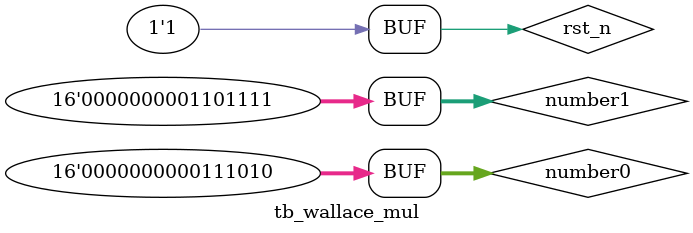
<source format=v>
`timescale  1ns / 100ps    

module tb_wallace_mul;   

// wallace_mul Parameters
parameter PERIOD  = 10;  


// wallace_mul Inputs    
reg   [15 : 0]  number1                    = 0 ;
reg   [15 : 0]  number0                    = 0 ;
reg   rst_n                                = 0 ;

// wallace_mul Outputs
wire  [31 : 0]  q                          ;

initial
begin
    #(PERIOD*2) rst_n  =  1;
end

wallace_mul  u_wallace_mul (
    .number1                 ( number1  [15 : 0] ),
    .number0                 ( number0  [15 : 0] ),
    .rst_n                   ( rst_n             ),
    .q                       ( q        [31 : 0] )
);

initial
begin
    #40 number1 <= 16'd111;
    #40 number0 <= 16'd58;
end

endmodule
</source>
